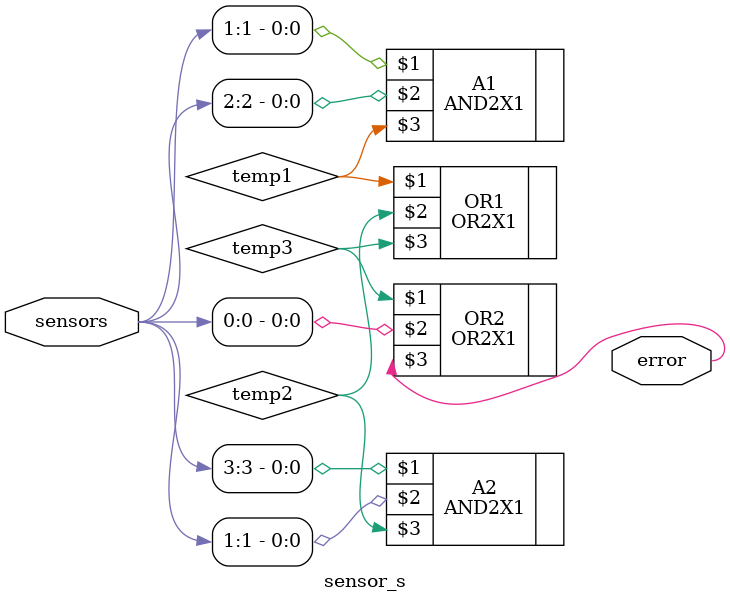
<source format=sv>

module sensor_s
(
   input wire[3:0] sensors,
   output wire error
);

   wire temp1;
   wire temp2;
   wire temp3;

   AND2X1 A1 (sensors[1], sensors[2], temp1);
   AND2X1 A2 (sensors[3], sensors[1], temp2);
   OR2X1 OR1(temp1, temp2, temp3);
   OR2X1 OR2 (temp3, sensors[0], error);
   
endmodule

</source>
